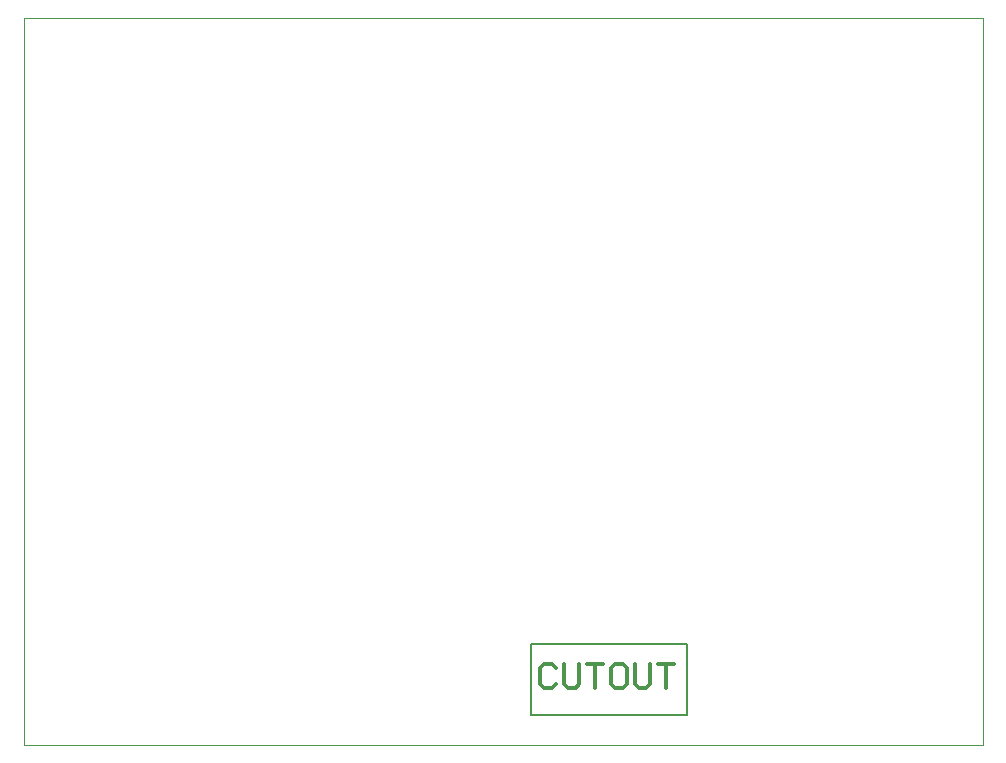
<source format=gko>
%FSAX44Y44*%
%MOMM*%
G71*
G01*
G75*
G04 Layer_Color=16711935*
%ADD10C,0.2540*%
%ADD11C,0.2032*%
%ADD12C,0.5080*%
%ADD13C,0.3048*%
%ADD14C,0.6350*%
%ADD15C,0.3810*%
%ADD16C,0.7620*%
%ADD17R,0.8500X2.3000*%
%ADD18R,1.3000X0.8500*%
%ADD19R,0.2032X1.1430*%
%ADD20R,0.9000X0.8000*%
%ADD21R,1.0000X1.0000*%
%ADD22R,1.0000X1.0000*%
%ADD23R,0.9000X1.0000*%
%ADD24R,0.6000X1.5000*%
%ADD25R,1.0000X0.9000*%
%ADD26R,0.8000X0.9000*%
%ADD27R,0.6000X1.5500*%
%ADD28R,1.2000X1.8000*%
%ADD29O,2.2000X0.6000*%
%ADD30R,0.3500X0.6500*%
%ADD31O,1.8500X0.2650*%
%ADD32O,0.2650X1.8500*%
%ADD33O,1.8500X0.2650*%
%ADD34R,0.3366X0.7112*%
%ADD35R,0.7112X0.3366*%
%ADD36R,1.0160X0.8000*%
%ADD37R,0.9000X0.6500*%
%ADD38R,1.1000X1.4000*%
%ADD39R,1.4000X1.1000*%
%ADD40O,0.8500X0.2800*%
%ADD41O,0.2800X0.8500*%
%ADD42R,1.7000X1.7000*%
%ADD43R,1.4000X0.6000*%
%ADD44R,0.6298X0.2500*%
%ADD45R,0.6298X0.2500*%
%ADD46R,0.2500X0.6298*%
%ADD47R,0.2500X0.6298*%
%ADD48R,1.1000X1.1000*%
%ADD49R,0.5200X0.5200*%
%ADD50R,0.7000X0.9000*%
%ADD51R,0.9500X1.4000*%
%ADD52R,0.6500X0.9000*%
%ADD53R,0.8000X0.9000*%
%ADD54O,0.8500X0.3000*%
%ADD55R,1.6500X2.4000*%
%ADD56R,1.3500X0.9500*%
%ADD57R,0.9000X0.8000*%
%ADD58R,0.9000X0.7000*%
%ADD59R,0.9500X1.3500*%
%ADD60R,0.8500X1.3000*%
%ADD61C,0.5000*%
%ADD62C,0.2000*%
%ADD63C,0.1700*%
%ADD64C,0.4000*%
%ADD65C,0.3000*%
%ADD66C,2.1590*%
%ADD67C,0.1600*%
%ADD68C,0.1524*%
%ADD69C,0.1540*%
%ADD70C,1.0000*%
%ADD71C,2.0000*%
%ADD72C,0.6000*%
%ADD73C,0.7500*%
%ADD74C,0.3500*%
%ADD75C,0.2500*%
%ADD76C,0.5588*%
%ADD77C,0.4500*%
%ADD78C,1.5000*%
%ADD79C,0.0254*%
%ADD80C,2.5400*%
%ADD81C,0.9000*%
%ADD82C,1.8796*%
G04:AMPARAMS|DCode=83|XSize=1.8796mm|YSize=1.8796mm|CornerRadius=0.4699mm|HoleSize=0mm|Usage=FLASHONLY|Rotation=180.000|XOffset=0mm|YOffset=0mm|HoleType=Round|Shape=RoundedRectangle|*
%AMROUNDEDRECTD83*
21,1,1.8796,0.9398,0,0,180.0*
21,1,0.9398,1.8796,0,0,180.0*
1,1,0.9398,-0.4699,0.4699*
1,1,0.9398,0.4699,0.4699*
1,1,0.9398,0.4699,-0.4699*
1,1,0.9398,-0.4699,-0.4699*
%
%ADD83ROUNDEDRECTD83*%
%ADD84C,2.0066*%
%ADD85C,0.8000*%
%ADD86C,0.7112*%
%ADD87C,1.1000*%
%ADD88C,0.7300*%
%ADD89C,0.6900*%
%ADD90C,1.0000*%
%ADD91C,0.5000*%
%ADD92C,0.6600*%
%ADD93R,2.5000X2.0500*%
%ADD94R,2.3000X0.5000*%
%ADD95R,2.0500X2.5000*%
%ADD96R,0.5000X2.3000*%
%ADD97R,1.2000X1.8000*%
%ADD98R,1.8000X1.2000*%
%ADD99R,1.5500X0.6000*%
%ADD100R,1.8000X3.9000*%
%ADD101R,1.3000X4.5000*%
%ADD102R,3.3000X3.3000*%
%ADD103R,0.3000X0.3000*%
%ADD104R,0.5000X0.3000*%
%ADD105R,0.3000X0.3000*%
%ADD106R,0.3000X0.5000*%
%ADD107C,0.1000*%
%ADD108C,0.1500*%
%ADD109C,0.1270*%
%ADD110R,0.7750X0.4500*%
%ADD111R,0.7000X0.7000*%
%ADD112R,0.7000X0.7000*%
%ADD113R,0.7000X0.7000*%
%ADD114R,0.6500X1.0000*%
%ADD115R,0.2766X0.6512*%
%ADD116R,0.6512X0.2766*%
%ADD117O,0.8000X0.2300*%
%ADD118O,0.2300X0.8000*%
%ADD119O,0.8000X0.2500*%
%ADD120R,1.0024X2.4524*%
%ADD121R,1.4524X1.0024*%
%ADD122R,0.2232X1.1630*%
%ADD123R,1.0524X0.9524*%
%ADD124R,1.1524X1.1524*%
%ADD125R,1.1524X1.1524*%
%ADD126R,1.0524X1.1524*%
%ADD127R,0.7524X1.6524*%
%ADD128R,1.1524X1.0524*%
%ADD129R,0.9524X1.0524*%
%ADD130R,0.7020X1.6520*%
%ADD131R,1.3020X1.9020*%
%ADD132O,2.3524X0.7524*%
%ADD133R,0.5024X0.8024*%
%ADD134O,2.0024X0.4174*%
%ADD135O,0.4174X2.0024*%
%ADD136O,2.0024X0.4174*%
%ADD137R,0.4165X0.7912*%
%ADD138R,0.7912X0.4165*%
%ADD139R,1.0524X0.8024*%
%ADD140R,1.2524X1.5524*%
%ADD141R,1.5524X1.2524*%
%ADD142O,0.9900X0.4200*%
%ADD143O,0.4200X0.9900*%
%ADD144R,1.8400X1.8400*%
%ADD145R,1.5524X0.7524*%
%ADD146R,0.6806X0.3008*%
%ADD147R,0.6806X0.3008*%
%ADD148R,0.3008X0.6806*%
%ADD149R,0.3008X0.6806*%
%ADD150R,1.2524X1.2524*%
%ADD151R,0.6724X0.6724*%
%ADD152R,0.8524X1.0524*%
%ADD153R,1.1024X1.5524*%
%ADD154R,0.8024X1.0524*%
%ADD155R,0.9524X1.0524*%
%ADD156O,0.9900X0.4400*%
%ADD157R,1.7900X2.5400*%
%ADD158R,1.5024X1.1024*%
%ADD159R,1.0524X0.9524*%
%ADD160R,1.0524X0.8524*%
%ADD161R,1.1024X1.5024*%
%ADD162R,1.0024X1.4524*%
%ADD163C,2.6924*%
%ADD164C,1.0524*%
%ADD165C,2.0320*%
G04:AMPARAMS|DCode=166|XSize=2.032mm|YSize=2.032mm|CornerRadius=0.5461mm|HoleSize=0mm|Usage=FLASHONLY|Rotation=180.000|XOffset=0mm|YOffset=0mm|HoleType=Round|Shape=RoundedRectangle|*
%AMROUNDEDRECTD166*
21,1,2.0320,0.9398,0,0,180.0*
21,1,0.9398,2.0320,0,0,180.0*
1,1,1.0922,-0.4699,0.4699*
1,1,1.0922,0.4699,0.4699*
1,1,1.0922,0.4699,-0.4699*
1,1,1.0922,-0.4699,-0.4699*
%
%ADD166ROUNDEDRECTD166*%
%ADD167C,0.1524*%
%ADD168C,2.1590*%
%ADD169C,0.9524*%
%ADD170C,0.8636*%
%ADD171C,1.2524*%
%ADD172C,0.8824*%
%ADD173C,0.8424*%
%ADD174C,1.1524*%
%ADD175C,0.6524*%
%ADD176R,2.6524X2.2024*%
%ADD177R,2.4700X0.6700*%
%ADD178R,2.2024X2.6524*%
%ADD179R,0.6700X2.4700*%
%ADD180R,1.3524X1.9524*%
%ADD181R,1.9020X1.3020*%
%ADD182R,1.6520X0.7020*%
%ADD183R,1.7024X0.7524*%
%ADD184R,1.9524X4.0524*%
%ADD185R,1.4524X4.6524*%
%ADD186R,3.4524X3.4524*%
%ADD187R,0.4524X0.4524*%
%ADD188R,0.6524X0.4524*%
%ADD189R,0.4524X0.4524*%
%ADD190R,0.4524X0.6524*%
%ADD191C,0.8124*%
%ADD192R,0.3000X0.6000*%
%ADD193R,0.3000X0.6000*%
%ADD194R,0.6000X0.3000*%
%ADD195R,0.6000X0.3000*%
%ADD196R,0.0000X0.0000*%
%ADD197C,0.0500*%
D65*
X01066413Y00542187D02*
X01063080Y00545519D01*
X01056416D01*
X01053083Y00542187D01*
Y00528858D01*
X01056416Y00525526D01*
X01063080D01*
X01066413Y00528858D01*
X01073077Y00545519D02*
Y00528858D01*
X01076409Y00525526D01*
X01083074D01*
X01086406Y00528858D01*
Y00545519D01*
X01093071D02*
X01106400D01*
X01099735D01*
Y00525526D01*
X01123061Y00545519D02*
X01116396D01*
X01113064Y00542187D01*
Y00528858D01*
X01116396Y00525526D01*
X01123061D01*
X01126393Y00528858D01*
Y00542187D01*
X01123061Y00545519D01*
X01133058D02*
Y00528858D01*
X01136390Y00525526D01*
X01143055D01*
X01146387Y00528858D01*
Y00545519D01*
X01153051D02*
X01166380D01*
X01159716D01*
Y00525526D01*
D69*
X01045463Y00502665D02*
Y00562355D01*
Y00502665D02*
X01177543D01*
Y00562355D01*
X01045463D02*
X01177543D01*
D79*
X00616203Y00477266D02*
X01427634Y00477266D01*
X01427634Y01092505D02*
X01427634Y00477266D01*
X00616203Y01092505D02*
X01427634Y01092505D01*
X00616203Y00477266D02*
Y01092505D01*
Y00477266D02*
X01427634Y00477266D01*
X01427634Y01092505D02*
X01427634Y00477266D01*
X00616203Y01092505D02*
X01427634Y01092505D01*
X00616203Y00477266D02*
Y01092505D01*
M02*

</source>
